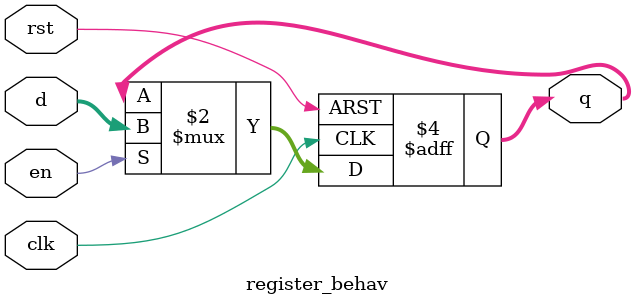
<source format=v>
module register_behav(
  input [7:0] d,
  input clk,
  input rst,
  input en,
  output reg [7:0] q);

always @(posedge clk or posedge rst) begin
  if (rst) q <= 0;
  else if (en) q <= d;
end

endmodule
</source>
